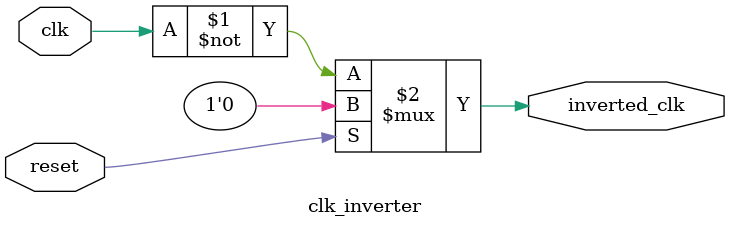
<source format=sv>

    
//    // Posedge toggle
//    always_ff @(posedge clk) begin
//        if (reset) inverted_clk_p <= 0;
//        else       inverted_clk_p <= ~inverted_clk_p;
//    end
    
//    // XOR Output
//    assign inverted_clk = (reset) ? 1'b0 : (inverted_clk_n ^ inverted_clk_p);

//endmodule

module clk_inverter(
    input  logic clk,
    input  logic reset,
    output logic inverted_clk
);

    // 最简单、最可靠的反相方式
    // 如果 reset 有效，输出 0；否则输出 ~clk
    // 注意：具体的复位行为看你需求，通常时钟反相器不需要复位逻辑，直接 assign inverted_clk = ~clk 即可
    // 但为了保持和你原接口一致：
    
    assign inverted_clk = reset ? 1'b0 : ~clk;

endmodule

</source>
